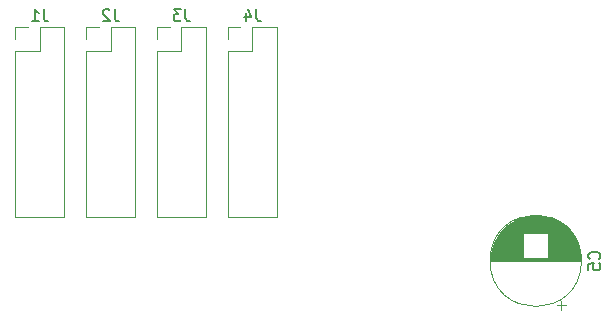
<source format=gbr>
%TF.GenerationSoftware,KiCad,Pcbnew,7.0.9-rc2*%
%TF.CreationDate,2023-12-26T16:59:54-08:00*%
%TF.ProjectId,driver_board,64726976-6572-45f6-926f-6172642e6b69,rev?*%
%TF.SameCoordinates,PX5f5e100PY5f5e100*%
%TF.FileFunction,Legend,Bot*%
%TF.FilePolarity,Positive*%
%FSLAX46Y46*%
G04 Gerber Fmt 4.6, Leading zero omitted, Abs format (unit mm)*
G04 Created by KiCad (PCBNEW 7.0.9-rc2) date 2023-12-26 16:59:54*
%MOMM*%
%LPD*%
G01*
G04 APERTURE LIST*
%ADD10C,0.150000*%
%ADD11C,0.120000*%
G04 APERTURE END LIST*
D10*
X51359580Y-21583333D02*
X51407200Y-21535714D01*
X51407200Y-21535714D02*
X51454819Y-21392857D01*
X51454819Y-21392857D02*
X51454819Y-21297619D01*
X51454819Y-21297619D02*
X51407200Y-21154762D01*
X51407200Y-21154762D02*
X51311961Y-21059524D01*
X51311961Y-21059524D02*
X51216723Y-21011905D01*
X51216723Y-21011905D02*
X51026247Y-20964286D01*
X51026247Y-20964286D02*
X50883390Y-20964286D01*
X50883390Y-20964286D02*
X50692914Y-21011905D01*
X50692914Y-21011905D02*
X50597676Y-21059524D01*
X50597676Y-21059524D02*
X50502438Y-21154762D01*
X50502438Y-21154762D02*
X50454819Y-21297619D01*
X50454819Y-21297619D02*
X50454819Y-21392857D01*
X50454819Y-21392857D02*
X50502438Y-21535714D01*
X50502438Y-21535714D02*
X50550057Y-21583333D01*
X50454819Y-22488095D02*
X50454819Y-22011905D01*
X50454819Y-22011905D02*
X50931009Y-21964286D01*
X50931009Y-21964286D02*
X50883390Y-22011905D01*
X50883390Y-22011905D02*
X50835771Y-22107143D01*
X50835771Y-22107143D02*
X50835771Y-22345238D01*
X50835771Y-22345238D02*
X50883390Y-22440476D01*
X50883390Y-22440476D02*
X50931009Y-22488095D01*
X50931009Y-22488095D02*
X51026247Y-22535714D01*
X51026247Y-22535714D02*
X51264342Y-22535714D01*
X51264342Y-22535714D02*
X51359580Y-22488095D01*
X51359580Y-22488095D02*
X51407200Y-22440476D01*
X51407200Y-22440476D02*
X51454819Y-22345238D01*
X51454819Y-22345238D02*
X51454819Y-22107143D01*
X51454819Y-22107143D02*
X51407200Y-22011905D01*
X51407200Y-22011905D02*
X51359580Y-21964286D01*
X22333333Y-454819D02*
X22333333Y-1169104D01*
X22333333Y-1169104D02*
X22380952Y-1311961D01*
X22380952Y-1311961D02*
X22476190Y-1407200D01*
X22476190Y-1407200D02*
X22619047Y-1454819D01*
X22619047Y-1454819D02*
X22714285Y-1454819D01*
X21428571Y-788152D02*
X21428571Y-1454819D01*
X21666666Y-407200D02*
X21904761Y-1121485D01*
X21904761Y-1121485D02*
X21285714Y-1121485D01*
X16333333Y-454819D02*
X16333333Y-1169104D01*
X16333333Y-1169104D02*
X16380952Y-1311961D01*
X16380952Y-1311961D02*
X16476190Y-1407200D01*
X16476190Y-1407200D02*
X16619047Y-1454819D01*
X16619047Y-1454819D02*
X16714285Y-1454819D01*
X15952380Y-454819D02*
X15333333Y-454819D01*
X15333333Y-454819D02*
X15666666Y-835771D01*
X15666666Y-835771D02*
X15523809Y-835771D01*
X15523809Y-835771D02*
X15428571Y-883390D01*
X15428571Y-883390D02*
X15380952Y-931009D01*
X15380952Y-931009D02*
X15333333Y-1026247D01*
X15333333Y-1026247D02*
X15333333Y-1264342D01*
X15333333Y-1264342D02*
X15380952Y-1359580D01*
X15380952Y-1359580D02*
X15428571Y-1407200D01*
X15428571Y-1407200D02*
X15523809Y-1454819D01*
X15523809Y-1454819D02*
X15809523Y-1454819D01*
X15809523Y-1454819D02*
X15904761Y-1407200D01*
X15904761Y-1407200D02*
X15952380Y-1359580D01*
X10333333Y-454819D02*
X10333333Y-1169104D01*
X10333333Y-1169104D02*
X10380952Y-1311961D01*
X10380952Y-1311961D02*
X10476190Y-1407200D01*
X10476190Y-1407200D02*
X10619047Y-1454819D01*
X10619047Y-1454819D02*
X10714285Y-1454819D01*
X9904761Y-550057D02*
X9857142Y-502438D01*
X9857142Y-502438D02*
X9761904Y-454819D01*
X9761904Y-454819D02*
X9523809Y-454819D01*
X9523809Y-454819D02*
X9428571Y-502438D01*
X9428571Y-502438D02*
X9380952Y-550057D01*
X9380952Y-550057D02*
X9333333Y-645295D01*
X9333333Y-645295D02*
X9333333Y-740533D01*
X9333333Y-740533D02*
X9380952Y-883390D01*
X9380952Y-883390D02*
X9952380Y-1454819D01*
X9952380Y-1454819D02*
X9333333Y-1454819D01*
X4333333Y-454819D02*
X4333333Y-1169104D01*
X4333333Y-1169104D02*
X4380952Y-1311961D01*
X4380952Y-1311961D02*
X4476190Y-1407200D01*
X4476190Y-1407200D02*
X4619047Y-1454819D01*
X4619047Y-1454819D02*
X4714285Y-1454819D01*
X3333333Y-1454819D02*
X3904761Y-1454819D01*
X3619047Y-1454819D02*
X3619047Y-454819D01*
X3619047Y-454819D02*
X3714285Y-597676D01*
X3714285Y-597676D02*
X3809523Y-692914D01*
X3809523Y-692914D02*
X3904761Y-740533D01*
D11*
%TO.C,C5*%
X49870000Y-21750000D02*
G75*
G03*
X49870000Y-21750000I-3870000J0D01*
G01*
X44960000Y-19989000D02*
X42593000Y-19989000D01*
X46693000Y-17949000D02*
X45307000Y-17949000D01*
X48632000Y-18949000D02*
X43368000Y-18949000D01*
X48195000Y-18589000D02*
X43805000Y-18589000D01*
X48790000Y-19109000D02*
X43210000Y-19109000D01*
X44960000Y-21390000D02*
X42186000Y-21390000D01*
X49699000Y-20749000D02*
X47040000Y-20749000D01*
X47275000Y-18109000D02*
X44725000Y-18109000D01*
X47881000Y-18389000D02*
X44119000Y-18389000D01*
X44960000Y-20789000D02*
X42290000Y-20789000D01*
X44960000Y-20429000D02*
X42402000Y-20429000D01*
X48250000Y-18629000D02*
X43750000Y-18629000D01*
X49088000Y-19469000D02*
X47040000Y-19469000D01*
X49738000Y-20909000D02*
X47040000Y-20909000D01*
X44960000Y-21029000D02*
X42237000Y-21029000D01*
X44960000Y-21430000D02*
X42183000Y-21430000D01*
X48752000Y-19069000D02*
X43248000Y-19069000D01*
X47028000Y-18029000D02*
X44972000Y-18029000D01*
X44960000Y-20189000D02*
X42498000Y-20189000D01*
X49825000Y-21550000D02*
X42175000Y-21550000D01*
X49817000Y-21430000D02*
X47040000Y-21430000D01*
X49784000Y-21150000D02*
X47040000Y-21150000D01*
X47949000Y-18429000D02*
X44051000Y-18429000D01*
X44960000Y-20909000D02*
X42262000Y-20909000D01*
X48827000Y-19149000D02*
X43173000Y-19149000D01*
X44960000Y-21110000D02*
X42223000Y-21110000D01*
X44960000Y-20669000D02*
X42323000Y-20669000D01*
X49427000Y-20029000D02*
X47040000Y-20029000D01*
X49747000Y-20949000D02*
X47040000Y-20949000D01*
X44960000Y-20869000D02*
X42271000Y-20869000D01*
X44960000Y-19749000D02*
X42726000Y-19749000D01*
X44960000Y-20469000D02*
X42387000Y-20469000D01*
X44960000Y-20629000D02*
X42335000Y-20629000D01*
X44960000Y-19709000D02*
X42751000Y-19709000D01*
X48137000Y-18549000D02*
X43863000Y-18549000D01*
X46441000Y-17909000D02*
X45559000Y-17909000D01*
X49116000Y-19509000D02*
X47040000Y-19509000D01*
X49830000Y-21710000D02*
X42170000Y-21710000D01*
X49795000Y-21230000D02*
X47040000Y-21230000D01*
X47654000Y-18269000D02*
X44346000Y-18269000D01*
X47381000Y-18149000D02*
X44619000Y-18149000D01*
X49058000Y-19429000D02*
X42942000Y-19429000D01*
X44960000Y-21150000D02*
X42216000Y-21150000D01*
X49830000Y-21670000D02*
X42170000Y-21670000D01*
X46877000Y-17989000D02*
X45123000Y-17989000D01*
X49224000Y-19669000D02*
X47040000Y-19669000D01*
X44960000Y-20309000D02*
X42447000Y-20309000D01*
X44960000Y-21190000D02*
X42210000Y-21190000D01*
X48304000Y-18669000D02*
X43696000Y-18669000D01*
X49172000Y-19589000D02*
X47040000Y-19589000D01*
X49502000Y-20189000D02*
X47040000Y-20189000D01*
X48175000Y-25892211D02*
X48175000Y-25142211D01*
X44960000Y-21230000D02*
X42205000Y-21230000D01*
X48713000Y-19029000D02*
X43287000Y-19029000D01*
X49626000Y-20509000D02*
X47040000Y-20509000D01*
X49720000Y-20829000D02*
X47040000Y-20829000D01*
X44960000Y-21070000D02*
X42230000Y-21070000D01*
X49770000Y-21070000D02*
X47040000Y-21070000D01*
X48931000Y-19269000D02*
X43069000Y-19269000D01*
X44960000Y-20229000D02*
X42480000Y-20229000D01*
X49653000Y-20589000D02*
X47040000Y-20589000D01*
X49823000Y-21510000D02*
X47040000Y-21510000D01*
X49553000Y-20309000D02*
X47040000Y-20309000D01*
X44960000Y-20749000D02*
X42301000Y-20749000D01*
X44960000Y-19669000D02*
X42776000Y-19669000D01*
X44960000Y-20589000D02*
X42347000Y-20589000D01*
X49729000Y-20869000D02*
X47040000Y-20869000D01*
X44960000Y-20829000D02*
X42280000Y-20829000D01*
X48546000Y-18869000D02*
X43454000Y-18869000D01*
X44960000Y-20269000D02*
X42464000Y-20269000D01*
X49274000Y-19749000D02*
X47040000Y-19749000D01*
X49688000Y-20709000D02*
X47040000Y-20709000D01*
X48964000Y-19309000D02*
X43036000Y-19309000D01*
X44960000Y-21350000D02*
X42190000Y-21350000D01*
X49028000Y-19389000D02*
X42972000Y-19389000D01*
X44960000Y-21270000D02*
X42199000Y-21270000D01*
X44960000Y-19629000D02*
X42802000Y-19629000D01*
X44960000Y-20069000D02*
X42553000Y-20069000D01*
X47569000Y-18229000D02*
X44431000Y-18229000D01*
X47809000Y-18349000D02*
X44191000Y-18349000D01*
X44960000Y-19549000D02*
X42856000Y-19549000D01*
X44960000Y-20989000D02*
X42245000Y-20989000D01*
X44960000Y-21470000D02*
X42180000Y-21470000D01*
X49763000Y-21029000D02*
X47040000Y-21029000D01*
X44960000Y-19949000D02*
X42614000Y-19949000D01*
X49710000Y-20789000D02*
X47040000Y-20789000D01*
X47733000Y-18309000D02*
X44267000Y-18309000D01*
X44960000Y-19789000D02*
X42703000Y-19789000D01*
X49827000Y-21590000D02*
X42173000Y-21590000D01*
X49297000Y-19789000D02*
X47040000Y-19789000D01*
X49820000Y-21470000D02*
X47040000Y-21470000D01*
X49755000Y-20989000D02*
X47040000Y-20989000D01*
X49484000Y-20149000D02*
X47040000Y-20149000D01*
X48405000Y-18749000D02*
X43595000Y-18749000D01*
X48454000Y-18789000D02*
X43546000Y-18789000D01*
X44960000Y-19509000D02*
X42884000Y-19509000D01*
X44960000Y-20109000D02*
X42534000Y-20109000D01*
X44960000Y-20389000D02*
X42416000Y-20389000D01*
X44960000Y-20149000D02*
X42516000Y-20149000D01*
X44960000Y-19469000D02*
X42912000Y-19469000D01*
X44960000Y-19909000D02*
X42635000Y-19909000D01*
X49677000Y-20669000D02*
X47040000Y-20669000D01*
X49829000Y-21630000D02*
X42171000Y-21630000D01*
X49598000Y-20429000D02*
X47040000Y-20429000D01*
X48673000Y-18989000D02*
X43327000Y-18989000D01*
X44960000Y-21510000D02*
X42177000Y-21510000D01*
X48077000Y-18509000D02*
X43923000Y-18509000D01*
X44960000Y-20949000D02*
X42253000Y-20949000D01*
X49814000Y-21390000D02*
X47040000Y-21390000D01*
X49790000Y-21190000D02*
X47040000Y-21190000D01*
X49568000Y-20349000D02*
X47040000Y-20349000D01*
X48863000Y-19189000D02*
X43137000Y-19189000D01*
X49830000Y-21750000D02*
X42170000Y-21750000D01*
X49249000Y-19709000D02*
X47040000Y-19709000D01*
X44960000Y-19589000D02*
X42828000Y-19589000D01*
X48014000Y-18469000D02*
X43986000Y-18469000D01*
X49613000Y-20469000D02*
X47040000Y-20469000D01*
X44960000Y-20029000D02*
X42573000Y-20029000D01*
X44960000Y-20549000D02*
X42360000Y-20549000D01*
X49365000Y-19909000D02*
X47040000Y-19909000D01*
X44960000Y-20509000D02*
X42374000Y-20509000D01*
X49144000Y-19549000D02*
X47040000Y-19549000D01*
X48355000Y-18709000D02*
X43645000Y-18709000D01*
X49777000Y-21110000D02*
X47040000Y-21110000D01*
X49801000Y-21270000D02*
X47040000Y-21270000D01*
X44960000Y-20709000D02*
X42312000Y-20709000D01*
X44960000Y-19829000D02*
X42679000Y-19829000D01*
X49810000Y-21350000D02*
X47040000Y-21350000D01*
X48589000Y-18909000D02*
X43411000Y-18909000D01*
X49321000Y-19829000D02*
X47040000Y-19829000D01*
X47158000Y-18069000D02*
X44842000Y-18069000D01*
X49386000Y-19949000D02*
X47040000Y-19949000D01*
X49805000Y-21310000D02*
X47040000Y-21310000D01*
X48898000Y-19229000D02*
X43102000Y-19229000D01*
X48550000Y-25517211D02*
X47800000Y-25517211D01*
X49198000Y-19629000D02*
X47040000Y-19629000D01*
X49407000Y-19989000D02*
X47040000Y-19989000D01*
X49536000Y-20269000D02*
X47040000Y-20269000D01*
X49466000Y-20109000D02*
X47040000Y-20109000D01*
X48500000Y-18829000D02*
X43500000Y-18829000D01*
X44960000Y-21310000D02*
X42195000Y-21310000D01*
X49343000Y-19869000D02*
X47040000Y-19869000D01*
X49520000Y-20229000D02*
X47040000Y-20229000D01*
X49584000Y-20389000D02*
X47040000Y-20389000D01*
X48996000Y-19349000D02*
X43004000Y-19349000D01*
X44960000Y-19869000D02*
X42657000Y-19869000D01*
X44960000Y-20349000D02*
X42432000Y-20349000D01*
X47478000Y-18189000D02*
X44522000Y-18189000D01*
X49640000Y-20549000D02*
X47040000Y-20549000D01*
X49665000Y-20629000D02*
X47040000Y-20629000D01*
X49447000Y-20069000D02*
X47040000Y-20069000D01*
%TO.C,J4*%
X24060000Y-1940000D02*
X24060000Y-18060000D01*
X22000000Y-1940000D02*
X22000000Y-4000000D01*
X19940000Y-4000000D02*
X19940000Y-18060000D01*
X19940000Y-1940000D02*
X19940000Y-3000000D01*
X22000000Y-4000000D02*
X19940000Y-4000000D01*
X24060000Y-18060000D02*
X19940000Y-18060000D01*
X24060000Y-1940000D02*
X22000000Y-1940000D01*
X21000000Y-1940000D02*
X19940000Y-1940000D01*
%TO.C,J3*%
X18060000Y-1940000D02*
X18060000Y-18060000D01*
X16000000Y-1940000D02*
X16000000Y-4000000D01*
X13940000Y-4000000D02*
X13940000Y-18060000D01*
X13940000Y-1940000D02*
X13940000Y-3000000D01*
X16000000Y-4000000D02*
X13940000Y-4000000D01*
X18060000Y-18060000D02*
X13940000Y-18060000D01*
X18060000Y-1940000D02*
X16000000Y-1940000D01*
X15000000Y-1940000D02*
X13940000Y-1940000D01*
%TO.C,J2*%
X12060000Y-1940000D02*
X12060000Y-18060000D01*
X10000000Y-1940000D02*
X10000000Y-4000000D01*
X7940000Y-4000000D02*
X7940000Y-18060000D01*
X7940000Y-1940000D02*
X7940000Y-3000000D01*
X10000000Y-4000000D02*
X7940000Y-4000000D01*
X12060000Y-18060000D02*
X7940000Y-18060000D01*
X12060000Y-1940000D02*
X10000000Y-1940000D01*
X9000000Y-1940000D02*
X7940000Y-1940000D01*
%TO.C,J1*%
X6060000Y-1940000D02*
X6060000Y-18060000D01*
X4000000Y-1940000D02*
X4000000Y-4000000D01*
X1940000Y-4000000D02*
X1940000Y-18060000D01*
X1940000Y-1940000D02*
X1940000Y-3000000D01*
X4000000Y-4000000D02*
X1940000Y-4000000D01*
X6060000Y-18060000D02*
X1940000Y-18060000D01*
X6060000Y-1940000D02*
X4000000Y-1940000D01*
X3000000Y-1940000D02*
X1940000Y-1940000D01*
%TD*%
M02*

</source>
